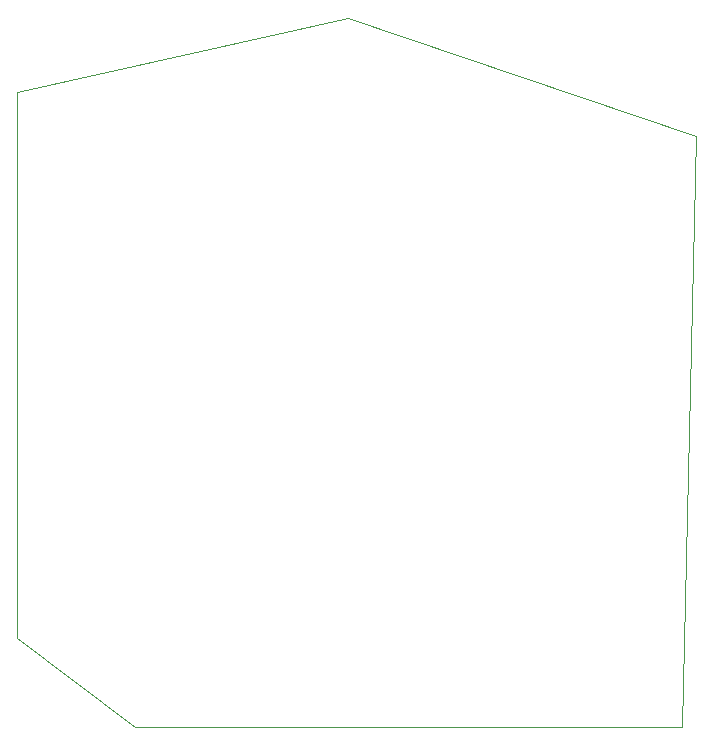
<source format=gbr>
%TF.GenerationSoftware,KiCad,Pcbnew,9.0.0*%
%TF.CreationDate,2025-03-11T22:59:59-03:00*%
%TF.ProjectId,TransmitterPCB,5472616e-736d-4697-9474-65725043422e,rev?*%
%TF.SameCoordinates,Original*%
%TF.FileFunction,Profile,NP*%
%FSLAX46Y46*%
G04 Gerber Fmt 4.6, Leading zero omitted, Abs format (unit mm)*
G04 Created by KiCad (PCBNEW 9.0.0) date 2025-03-11 22:59:59*
%MOMM*%
%LPD*%
G01*
G04 APERTURE LIST*
%TA.AperFunction,Profile*%
%ADD10C,0.050000*%
%TD*%
G04 APERTURE END LIST*
D10*
X172500000Y-66500000D02*
X171250000Y-116500000D01*
X143000000Y-56500000D02*
X172500000Y-66500000D01*
X115000000Y-62750000D02*
X143000000Y-56500000D01*
X125000000Y-116500000D02*
X171250000Y-116500000D01*
X115000000Y-109000000D02*
X125000000Y-116500000D01*
X115000000Y-62750000D02*
X115000000Y-109000000D01*
M02*

</source>
